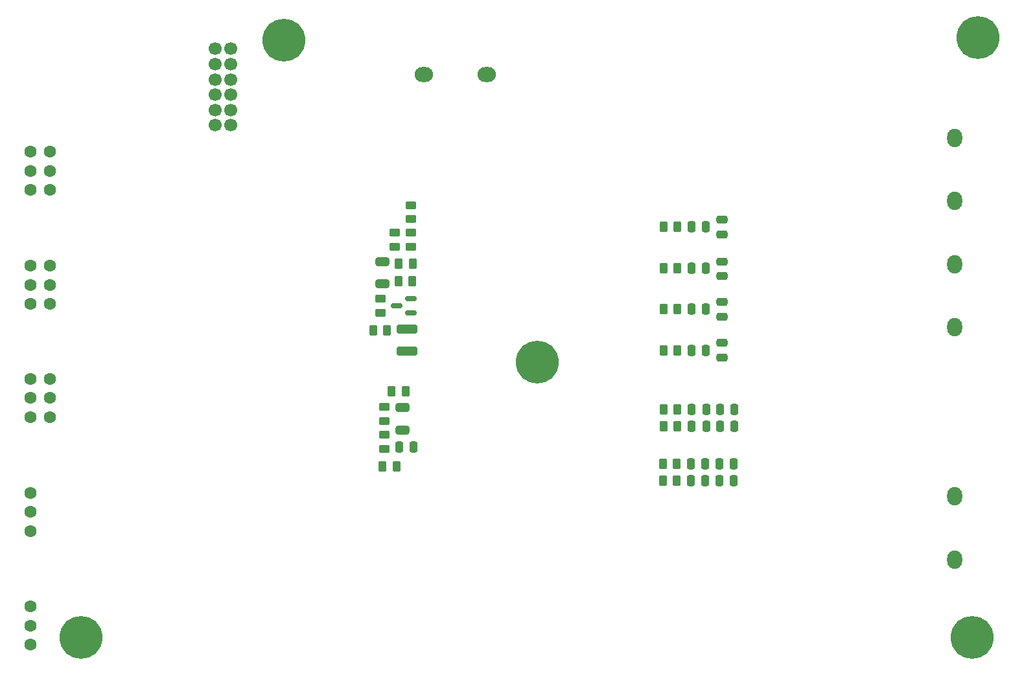
<source format=gbs>
G04 #@! TF.GenerationSoftware,KiCad,Pcbnew,(6.0.8)*
G04 #@! TF.CreationDate,2023-11-21T01:59:14+01:00*
G04 #@! TF.ProjectId,Modu_ wzmacniacza,4d6f6475-4220-4777-9a6d-61636e696163,rev?*
G04 #@! TF.SameCoordinates,Original*
G04 #@! TF.FileFunction,Soldermask,Bot*
G04 #@! TF.FilePolarity,Negative*
%FSLAX46Y46*%
G04 Gerber Fmt 4.6, Leading zero omitted, Abs format (unit mm)*
G04 Created by KiCad (PCBNEW (6.0.8)) date 2023-11-21 01:59:14*
%MOMM*%
%LPD*%
G01*
G04 APERTURE LIST*
G04 Aperture macros list*
%AMRoundRect*
0 Rectangle with rounded corners*
0 $1 Rounding radius*
0 $2 $3 $4 $5 $6 $7 $8 $9 X,Y pos of 4 corners*
0 Add a 4 corners polygon primitive as box body*
4,1,4,$2,$3,$4,$5,$6,$7,$8,$9,$2,$3,0*
0 Add four circle primitives for the rounded corners*
1,1,$1+$1,$2,$3*
1,1,$1+$1,$4,$5*
1,1,$1+$1,$6,$7*
1,1,$1+$1,$8,$9*
0 Add four rect primitives between the rounded corners*
20,1,$1+$1,$2,$3,$4,$5,0*
20,1,$1+$1,$4,$5,$6,$7,0*
20,1,$1+$1,$6,$7,$8,$9,0*
20,1,$1+$1,$8,$9,$2,$3,0*%
G04 Aperture macros list end*
%ADD10O,1.950000X2.400000*%
%ADD11C,5.600000*%
%ADD12C,1.700000*%
%ADD13C,1.600000*%
%ADD14O,2.400000X1.950000*%
%ADD15RoundRect,0.250000X0.262500X0.450000X-0.262500X0.450000X-0.262500X-0.450000X0.262500X-0.450000X0*%
%ADD16RoundRect,0.250000X0.250000X0.475000X-0.250000X0.475000X-0.250000X-0.475000X0.250000X-0.475000X0*%
%ADD17RoundRect,0.250000X-0.650000X0.325000X-0.650000X-0.325000X0.650000X-0.325000X0.650000X0.325000X0*%
%ADD18RoundRect,0.250000X-0.450000X0.262500X-0.450000X-0.262500X0.450000X-0.262500X0.450000X0.262500X0*%
%ADD19RoundRect,0.250000X-0.475000X0.250000X-0.475000X-0.250000X0.475000X-0.250000X0.475000X0.250000X0*%
%ADD20RoundRect,0.250000X-0.262500X-0.450000X0.262500X-0.450000X0.262500X0.450000X-0.262500X0.450000X0*%
%ADD21RoundRect,0.150000X0.587500X0.150000X-0.587500X0.150000X-0.587500X-0.150000X0.587500X-0.150000X0*%
%ADD22RoundRect,0.250000X0.475000X-0.250000X0.475000X0.250000X-0.475000X0.250000X-0.475000X-0.250000X0*%
%ADD23RoundRect,0.250000X-1.100000X0.325000X-1.100000X-0.325000X1.100000X-0.325000X1.100000X0.325000X0*%
%ADD24RoundRect,0.250000X0.450000X-0.262500X0.450000X0.262500X-0.450000X0.262500X-0.450000X-0.262500X0*%
G04 APERTURE END LIST*
D10*
X186000000Y-41000000D03*
X186000000Y-49250000D03*
X186000000Y-65750000D03*
X186000000Y-57500000D03*
D11*
X188300000Y-106300000D03*
D12*
X91430000Y-39360000D03*
X89430000Y-39360000D03*
X91430000Y-37360000D03*
X89430000Y-37360000D03*
X91430000Y-35360000D03*
X89430000Y-35360000D03*
X91430000Y-33360000D03*
X89430000Y-33360000D03*
X91430000Y-31360000D03*
X89430000Y-31360000D03*
X91430000Y-29360000D03*
X89430000Y-29360000D03*
D13*
X65310000Y-87400000D03*
X65310000Y-89900000D03*
X65310000Y-92400000D03*
X65310000Y-102230000D03*
X65310000Y-104730000D03*
X65310000Y-107230000D03*
X67810000Y-47800000D03*
X67810000Y-45300000D03*
X67810000Y-42800000D03*
X65310000Y-47800000D03*
X65310000Y-45300000D03*
X65310000Y-42800000D03*
X65320000Y-72500000D03*
X65320000Y-75000000D03*
X65320000Y-77500000D03*
X67820000Y-72500000D03*
X67820000Y-75000000D03*
X67820000Y-77500000D03*
D11*
X71900000Y-106300000D03*
X98420000Y-28200000D03*
D14*
X116650000Y-32700000D03*
X124900000Y-32700000D03*
D11*
X189100000Y-27900000D03*
X131470000Y-70310000D03*
D13*
X65300000Y-57700000D03*
X65300000Y-60200000D03*
X65300000Y-62700000D03*
X67800000Y-57700000D03*
X67800000Y-60200000D03*
X67800000Y-62700000D03*
D10*
X186000000Y-87850000D03*
X186000000Y-96100000D03*
D15*
X149812500Y-52650000D03*
X147987500Y-52650000D03*
X149725000Y-83600000D03*
X147900000Y-83600000D03*
D16*
X153462500Y-83600000D03*
X151562500Y-83600000D03*
D15*
X149812500Y-68750000D03*
X147987500Y-68750000D03*
D17*
X113887500Y-76225000D03*
X113887500Y-79175000D03*
D18*
X112887500Y-53412500D03*
X112887500Y-55237500D03*
D16*
X153550000Y-52650000D03*
X151650000Y-52650000D03*
D19*
X155600000Y-62450000D03*
X155600000Y-64350000D03*
D16*
X153462500Y-85800000D03*
X151562500Y-85800000D03*
D15*
X113112500Y-83900000D03*
X111287500Y-83900000D03*
D16*
X153562500Y-78700000D03*
X151662500Y-78700000D03*
D15*
X149825000Y-78700000D03*
X148000000Y-78700000D03*
D16*
X157162500Y-83600000D03*
X155262500Y-83600000D03*
X157262500Y-76500000D03*
X155362500Y-76500000D03*
X153550000Y-68750000D03*
X151650000Y-68750000D03*
D20*
X112475000Y-74100000D03*
X114300000Y-74100000D03*
D15*
X149812500Y-58000000D03*
X147987500Y-58000000D03*
D18*
X111487500Y-76187500D03*
X111487500Y-78012500D03*
D15*
X115212500Y-57470000D03*
X113387500Y-57470000D03*
D21*
X115025000Y-63875000D03*
X113150000Y-62925000D03*
X115025000Y-61975000D03*
D15*
X149725000Y-85800000D03*
X147900000Y-85800000D03*
D17*
X111287500Y-57150000D03*
X111287500Y-60100000D03*
D22*
X155600000Y-69700000D03*
X155600000Y-67800000D03*
D20*
X113375000Y-59740000D03*
X115200000Y-59740000D03*
D18*
X114987500Y-49812500D03*
X114987500Y-51637500D03*
D16*
X153550000Y-63350000D03*
X151650000Y-63350000D03*
X157262500Y-78700000D03*
X155362500Y-78700000D03*
X153562500Y-76500000D03*
X151662500Y-76500000D03*
X157162500Y-85800000D03*
X155262500Y-85800000D03*
D15*
X149812500Y-63350000D03*
X147987500Y-63350000D03*
D19*
X155600000Y-51700000D03*
X155600000Y-53600000D03*
D18*
X110987500Y-62012500D03*
X110987500Y-63837500D03*
D22*
X155600000Y-59050000D03*
X155600000Y-57150000D03*
D16*
X115340000Y-81410000D03*
X113440000Y-81410000D03*
D23*
X114487500Y-65950000D03*
X114487500Y-68900000D03*
D16*
X153550000Y-58000000D03*
X151650000Y-58000000D03*
D24*
X114987500Y-55225000D03*
X114987500Y-53400000D03*
D15*
X149825000Y-76500000D03*
X148000000Y-76500000D03*
D18*
X111487500Y-79787500D03*
X111487500Y-81612500D03*
D20*
X110075000Y-66125000D03*
X111900000Y-66125000D03*
M02*

</source>
